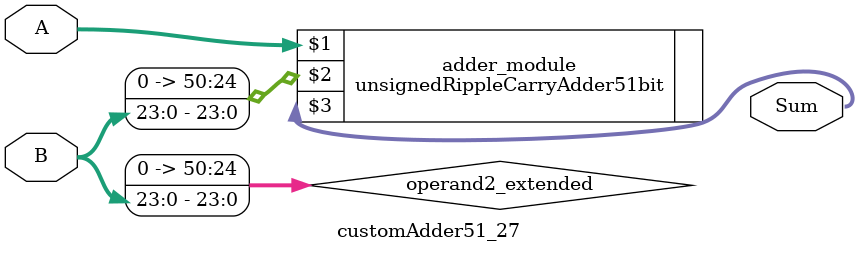
<source format=v>
module customAdder51_27(
                        input [50 : 0] A,
                        input [23 : 0] B,
                        
                        output [51 : 0] Sum
                );

        wire [50 : 0] operand2_extended;
        
        assign operand2_extended =  {27'b0, B};
        
        unsignedRippleCarryAdder51bit adder_module(
            A,
            operand2_extended,
            Sum
        );
        
        endmodule
        
</source>
